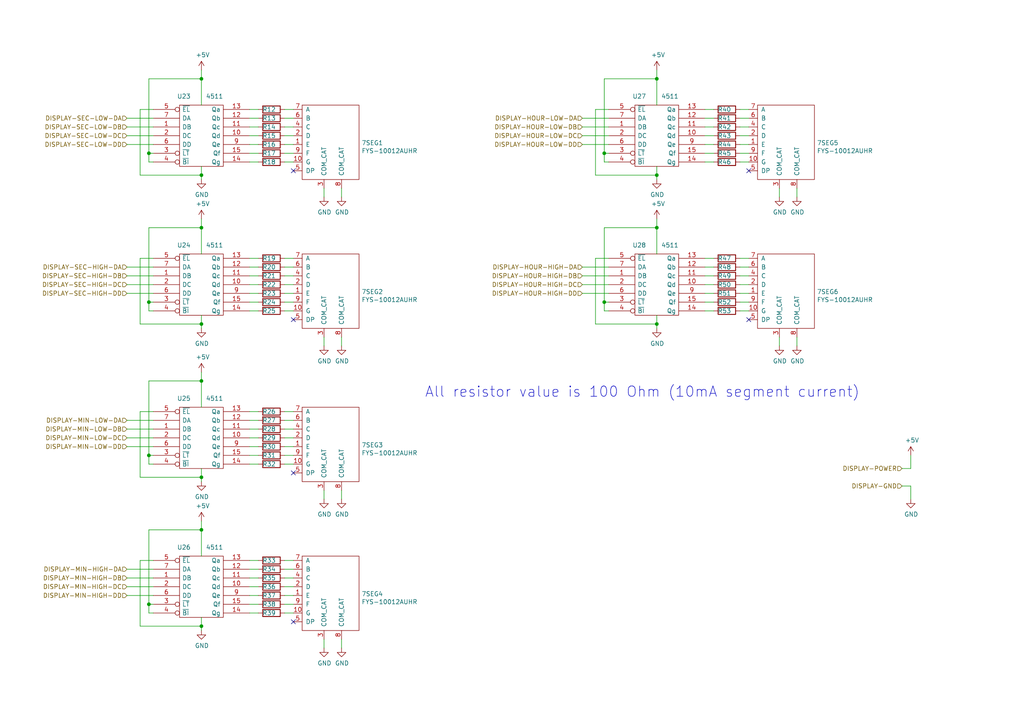
<source format=kicad_sch>
(kicad_sch (version 20211123) (generator eeschema)
  (paper "A4")
  (title_block (title "J-K Flip/Flip 24H Clock") (date "2020-05-17") (rev "V1.1") (comment 1 "Attila Csordás") (comment 2 "Contact: attila.csordas.78@gmail.com"))
  (lib_symbols
    (symbol "4xxx_IEEE:4511" (pin_names (offset 0.762))
      (property "Reference" "U" (at 8.89 11.43 0))
      (property "Value" "4511" (at 8.89 -11.43 0))
      (symbol "4511_0_1"
        (rectangle (start -6.35 8.89) (end 6.35 -8.89))
      )
      (symbol "4511_1_1"
        (pin input line (at -13.97 2.54 0) (length 7.62) (name "DB") (number "1"))
        (pin output line (at 13.97 0 180) (length 7.62) (name "Qd") (number "10"))
        (pin output line (at 13.97 2.54 180) (length 7.62) (name "Qc") (number "11"))
        (pin output line (at 13.97 5.08 180) (length 7.62) (name "Qb") (number "12"))
        (pin output line (at 13.97 7.62 180) (length 7.62) (name "Qa") (number "13"))
        (pin output line (at 13.97 -7.62 180) (length 7.62) (name "Qg") (number "14"))
        (pin output line (at 13.97 -5.08 180) (length 7.62) (name "Qf") (number "15"))
        (pin power_in line (at 0 8.89 270) (length 0) hide (name "Vdd") (number "16"))
        (pin input line (at -13.97 0 0) (length 7.62) (name "DC") (number "2"))
        (pin input inverted (at -13.97 -5.08 0) (length 7.62) (name "~{LT}") (number "3"))
        (pin input inverted (at -13.97 -7.62 0) (length 7.62) (name "~{BI}") (number "4"))
        (pin input inverted (at -13.97 7.62 0) (length 7.62) (name "~{EL}") (number "5"))
        (pin input line (at -13.97 -2.54 0) (length 7.62) (name "DD") (number "6"))
        (pin input line (at -13.97 5.08 0) (length 7.62) (name "DA") (number "7"))
        (pin power_in line (at 0 -8.89 90) (length 0) hide (name "Vss") (number "8"))
        (pin output line (at 13.97 -2.54 180) (length 7.62) (name "Qe") (number "9"))
      )
    )
    (symbol "Device:R" (pin_numbers hide) (pin_names (offset 0))
      (property "Reference" "R" (at 2.032 0 90))
      (property "Value" "R" (at 0 0 90))
      (symbol "R_0_1"
        (rectangle (start -1.016 -2.54) (end 1.016 2.54) (stroke (width 0.254)))
      )
      (symbol "R_1_1"
        (pin passive line (at 0 3.81 270) (length 1.27) (name "~") (number "1"))
        (pin passive line (at 0 -3.81 90) (length 1.27) (name "~") (number "2"))
      )
    )
    (symbol "JK-FlipFlop-24H-Clock_custom_components:FYS-10012AUHR" (pin_names (offset 1.016))
      (property "Reference" "7SEG" (at 0 6.35 0))
      (property "Value" "FYS-10012AUHR" (at 0 11.43 0))
      (symbol "FYS-10012AUHR_0_1"
        (rectangle (start -8.89 -11.43) (end 7.62 10.16))
      )
      (symbol "FYS-10012AUHR_1_1"
        (pin input line (at -11.43 -1.27 0) (length 2.54) (name "E") (number "1"))
        (pin input line (at -11.43 -6.35 0) (length 2.54) (name "G") (number "10"))
        (pin input line (at -11.43 1.27 0) (length 2.54) (name "D") (number "2"))
        (pin input line (at -2.54 -13.97 90) (length 2.54) (name "COM_CAT") (number "3"))
        (pin input line (at -11.43 3.81 0) (length 2.54) (name "C") (number "4"))
        (pin input line (at -11.43 -8.89 0) (length 2.54) (name "DP") (number "5"))
        (pin input line (at -11.43 6.35 0) (length 2.54) (name "B") (number "6"))
        (pin input line (at -11.43 8.89 0) (length 2.54) (name "A") (number "7"))
        (pin input line (at 2.54 -13.97 90) (length 2.54) (name "COM_CAT") (number "8"))
        (pin input line (at -11.43 -3.81 0) (length 2.54) (name "F") (number "9"))
      )
    )
    (symbol "power:+5V" (power) (pin_names (offset 0))
      (property "Value" "+5V" (at 0 3.556 0))
      (symbol "+5V_0_1"
        (polyline (pts (xy -0.762 1.27) (xy 0 2.54)))
        (polyline (pts (xy 0 0) (xy 0 2.54)))
        (polyline (pts (xy 0 2.54) (xy 0.762 1.27)))
      )
      (symbol "+5V_1_1"
        (pin power_in line (at 0 0 90) (length 0) hide (name "+5V") (number "1"))
      )
    )
    (symbol "power:GND" (power) (pin_names (offset 0))
      (property "Value" "GND" (at 0 -3.81 0))
      (symbol "GND_0_1"
        (polyline (pts (xy 0 0) (xy 0 -1.27) (xy 1.27 -1.27) (xy 0 -2.54) (xy -1.27 -1.27) (xy 0 -1.27)))
      )
      (symbol "GND_1_1"
        (pin power_in line (at 0 0 270) (length 0) hide (name "GND") (number "1"))
      )
    )
  )
  (junction (at 43.18 87.63))
  (junction (at 190.5 22.86))
  (junction (at 58.42 22.86))
  (junction (at 58.42 153.67))
  (junction (at 58.42 50.8))
  (junction (at 190.5 66.04))
  (junction (at 58.42 66.04))
  (junction (at 43.18 132.08))
  (junction (at 175.26 87.63))
  (junction (at 58.42 138.43))
  (junction (at 43.18 44.45))
  (junction (at 43.18 175.26))
  (junction (at 58.42 181.61))
  (junction (at 175.26 44.45))
  (junction (at 190.5 93.98))
  (junction (at 190.5 50.8))
  (junction (at 58.42 93.98))
  (junction (at 58.42 110.49))
  (no_connect (at 85.09 137.16))
  (no_connect (at 217.17 49.53))
  (no_connect (at 85.09 180.34))
  (no_connect (at 217.17 92.71))
  (no_connect (at 85.09 92.71))
  (no_connect (at 85.09 49.53))
  (wire (pts (xy 82.55 134.62) (xy 85.09 134.62)))
  (wire (pts (xy 72.39 129.54) (xy 74.93 129.54)))
  (wire (pts (xy 36.83 36.83) (xy 44.45 36.83)))
  (wire (pts (xy 264.16 140.97) (xy 261.62 140.97)))
  (wire (pts (xy 82.55 82.55) (xy 85.09 82.55)))
  (wire (pts (xy 204.47 80.01) (xy 207.01 80.01)))
  (wire (pts (xy 168.91 82.55) (xy 176.53 82.55)))
  (wire (pts (xy 36.83 85.09) (xy 44.45 85.09)))
  (wire (pts (xy 58.42 179.07) (xy 58.42 181.61)))
  (wire (pts (xy 175.26 87.63) (xy 176.53 87.63)))
  (wire (pts (xy 82.55 177.8) (xy 85.09 177.8)))
  (wire (pts (xy 264.16 140.97) (xy 264.16 144.78)))
  (wire (pts (xy 40.64 162.56) (xy 40.64 181.61)))
  (wire (pts (xy 36.83 129.54) (xy 44.45 129.54)))
  (wire (pts (xy 85.09 85.09) (xy 82.55 85.09)))
  (wire (pts (xy 82.55 36.83) (xy 85.09 36.83)))
  (wire (pts (xy 168.91 85.09) (xy 176.53 85.09)))
  (wire (pts (xy 58.42 181.61) (xy 58.42 182.88)))
  (wire (pts (xy 72.39 44.45) (xy 74.93 44.45)))
  (wire (pts (xy 72.39 124.46) (xy 74.93 124.46)))
  (wire (pts (xy 82.55 31.75) (xy 85.09 31.75)))
  (wire (pts (xy 176.53 31.75) (xy 172.72 31.75)))
  (wire (pts (xy 36.83 39.37) (xy 44.45 39.37)))
  (wire (pts (xy 44.45 177.8) (xy 43.18 177.8)))
  (wire (pts (xy 44.45 119.38) (xy 40.64 119.38)))
  (wire (pts (xy 204.47 41.91) (xy 207.01 41.91)))
  (wire (pts (xy 43.18 153.67) (xy 58.42 153.67)))
  (wire (pts (xy 176.53 46.99) (xy 175.26 46.99)))
  (wire (pts (xy 82.55 162.56) (xy 85.09 162.56)))
  (wire (pts (xy 226.06 97.79) (xy 226.06 100.33)))
  (wire (pts (xy 58.42 48.26) (xy 58.42 50.8)))
  (wire (pts (xy 85.09 121.92) (xy 82.55 121.92)))
  (wire (pts (xy 172.72 50.8) (xy 190.5 50.8)))
  (wire (pts (xy 82.55 74.93) (xy 85.09 74.93)))
  (wire (pts (xy 40.64 119.38) (xy 40.64 138.43)))
  (wire (pts (xy 43.18 134.62) (xy 43.18 132.08)))
  (wire (pts (xy 40.64 181.61) (xy 58.42 181.61)))
  (wire (pts (xy 82.55 41.91) (xy 85.09 41.91)))
  (wire (pts (xy 207.01 87.63) (xy 204.47 87.63)))
  (wire (pts (xy 190.5 22.86) (xy 190.5 30.48)))
  (wire (pts (xy 85.09 127) (xy 82.55 127)))
  (wire (pts (xy 99.06 185.42) (xy 99.06 187.96)))
  (wire (pts (xy 85.09 170.18) (xy 82.55 170.18)))
  (wire (pts (xy 207.01 39.37) (xy 204.47 39.37)))
  (wire (pts (xy 204.47 36.83) (xy 207.01 36.83)))
  (wire (pts (xy 168.91 36.83) (xy 176.53 36.83)))
  (wire (pts (xy 44.45 162.56) (xy 40.64 162.56)))
  (wire (pts (xy 74.93 170.18) (xy 72.39 170.18)))
  (wire (pts (xy 44.45 134.62) (xy 43.18 134.62)))
  (wire (pts (xy 74.93 90.17) (xy 72.39 90.17)))
  (wire (pts (xy 168.91 41.91) (xy 176.53 41.91)))
  (wire (pts (xy 74.93 77.47) (xy 72.39 77.47)))
  (wire (pts (xy 72.39 80.01) (xy 74.93 80.01)))
  (wire (pts (xy 36.83 121.92) (xy 44.45 121.92)))
  (wire (pts (xy 36.83 77.47) (xy 44.45 77.47)))
  (wire (pts (xy 43.18 22.86) (xy 58.42 22.86)))
  (wire (pts (xy 217.17 87.63) (xy 214.63 87.63)))
  (wire (pts (xy 172.72 93.98) (xy 190.5 93.98)))
  (wire (pts (xy 43.18 46.99) (xy 43.18 44.45)))
  (wire (pts (xy 72.39 119.38) (xy 74.93 119.38)))
  (wire (pts (xy 214.63 46.99) (xy 217.17 46.99)))
  (wire (pts (xy 175.26 90.17) (xy 175.26 87.63)))
  (wire (pts (xy 172.72 31.75) (xy 172.72 50.8)))
  (wire (pts (xy 214.63 74.93) (xy 217.17 74.93)))
  (wire (pts (xy 226.06 54.61) (xy 226.06 57.15)))
  (wire (pts (xy 58.42 91.44) (xy 58.42 93.98)))
  (wire (pts (xy 58.42 110.49) (xy 58.42 118.11)))
  (wire (pts (xy 36.83 34.29) (xy 44.45 34.29)))
  (wire (pts (xy 43.18 177.8) (xy 43.18 175.26)))
  (wire (pts (xy 74.93 175.26) (xy 72.39 175.26)))
  (wire (pts (xy 204.47 85.09) (xy 207.01 85.09)))
  (wire (pts (xy 204.47 31.75) (xy 207.01 31.75)))
  (wire (pts (xy 82.55 119.38) (xy 85.09 119.38)))
  (wire (pts (xy 93.98 185.42) (xy 93.98 187.96)))
  (wire (pts (xy 72.39 134.62) (xy 74.93 134.62)))
  (wire (pts (xy 190.5 50.8) (xy 190.5 52.07)))
  (wire (pts (xy 231.14 54.61) (xy 231.14 57.15)))
  (wire (pts (xy 214.63 36.83) (xy 217.17 36.83)))
  (wire (pts (xy 204.47 74.93) (xy 207.01 74.93)))
  (wire (pts (xy 85.09 90.17) (xy 82.55 90.17)))
  (wire (pts (xy 85.09 165.1) (xy 82.55 165.1)))
  (wire (pts (xy 264.16 132.08) (xy 264.16 135.89)))
  (wire (pts (xy 82.55 167.64) (xy 85.09 167.64)))
  (wire (pts (xy 36.83 82.55) (xy 44.45 82.55)))
  (wire (pts (xy 85.09 44.45) (xy 82.55 44.45)))
  (wire (pts (xy 74.93 85.09) (xy 72.39 85.09)))
  (wire (pts (xy 43.18 66.04) (xy 58.42 66.04)))
  (wire (pts (xy 58.42 151.13) (xy 58.42 153.67)))
  (wire (pts (xy 175.26 22.86) (xy 190.5 22.86)))
  (wire (pts (xy 72.39 74.93) (xy 74.93 74.93)))
  (wire (pts (xy 58.42 153.67) (xy 58.42 161.29)))
  (wire (pts (xy 172.72 74.93) (xy 172.72 93.98)))
  (wire (pts (xy 99.06 97.79) (xy 99.06 100.33)))
  (wire (pts (xy 85.09 132.08) (xy 82.55 132.08)))
  (wire (pts (xy 168.91 39.37) (xy 176.53 39.37)))
  (wire (pts (xy 175.26 66.04) (xy 175.26 87.63)))
  (wire (pts (xy 40.64 93.98) (xy 58.42 93.98)))
  (wire (pts (xy 214.63 80.01) (xy 217.17 80.01)))
  (wire (pts (xy 204.47 46.99) (xy 207.01 46.99)))
  (wire (pts (xy 36.83 170.18) (xy 44.45 170.18)))
  (wire (pts (xy 264.16 135.89) (xy 261.62 135.89)))
  (wire (pts (xy 72.39 177.8) (xy 74.93 177.8)))
  (wire (pts (xy 58.42 93.98) (xy 58.42 95.25)))
  (wire (pts (xy 58.42 66.04) (xy 58.42 73.66)))
  (wire (pts (xy 176.53 90.17) (xy 175.26 90.17)))
  (wire (pts (xy 58.42 63.5) (xy 58.42 66.04)))
  (wire (pts (xy 72.39 87.63) (xy 74.93 87.63)))
  (wire (pts (xy 36.83 124.46) (xy 44.45 124.46)))
  (wire (pts (xy 44.45 31.75) (xy 40.64 31.75)))
  (wire (pts (xy 43.18 175.26) (xy 44.45 175.26)))
  (wire (pts (xy 207.01 82.55) (xy 204.47 82.55)))
  (wire (pts (xy 217.17 44.45) (xy 214.63 44.45)))
  (wire (pts (xy 93.98 97.79) (xy 93.98 100.33)))
  (wire (pts (xy 74.93 34.29) (xy 72.39 34.29)))
  (wire (pts (xy 43.18 132.08) (xy 44.45 132.08)))
  (wire (pts (xy 190.5 66.04) (xy 190.5 73.66)))
  (wire (pts (xy 175.26 44.45) (xy 176.53 44.45)))
  (wire (pts (xy 168.91 80.01) (xy 176.53 80.01)))
  (wire (pts (xy 175.26 22.86) (xy 175.26 44.45)))
  (wire (pts (xy 74.93 165.1) (xy 72.39 165.1)))
  (wire (pts (xy 204.47 90.17) (xy 207.01 90.17)))
  (wire (pts (xy 36.83 172.72) (xy 44.45 172.72)))
  (wire (pts (xy 43.18 110.49) (xy 58.42 110.49)))
  (wire (pts (xy 74.93 127) (xy 72.39 127)))
  (wire (pts (xy 82.55 77.47) (xy 85.09 77.47)))
  (wire (pts (xy 43.18 22.86) (xy 43.18 44.45)))
  (wire (pts (xy 207.01 34.29) (xy 204.47 34.29)))
  (wire (pts (xy 85.09 80.01) (xy 82.55 80.01)))
  (wire (pts (xy 214.63 85.09) (xy 217.17 85.09)))
  (wire (pts (xy 44.45 46.99) (xy 43.18 46.99)))
  (wire (pts (xy 72.39 39.37) (xy 74.93 39.37)))
  (wire (pts (xy 36.83 127) (xy 44.45 127)))
  (wire (pts (xy 190.5 20.32) (xy 190.5 22.86)))
  (wire (pts (xy 43.18 110.49) (xy 43.18 132.08)))
  (wire (pts (xy 217.17 34.29) (xy 214.63 34.29)))
  (wire (pts (xy 43.18 90.17) (xy 43.18 87.63)))
  (wire (pts (xy 82.55 87.63) (xy 85.09 87.63)))
  (wire (pts (xy 82.55 46.99) (xy 85.09 46.99)))
  (wire (pts (xy 58.42 50.8) (xy 58.42 52.07)))
  (wire (pts (xy 74.93 121.92) (xy 72.39 121.92)))
  (wire (pts (xy 82.55 129.54) (xy 85.09 129.54)))
  (wire (pts (xy 93.98 142.24) (xy 93.98 144.78)))
  (wire (pts (xy 44.45 74.93) (xy 40.64 74.93)))
  (wire (pts (xy 43.18 44.45) (xy 44.45 44.45)))
  (wire (pts (xy 72.39 36.83) (xy 74.93 36.83)))
  (wire (pts (xy 217.17 77.47) (xy 214.63 77.47)))
  (wire (pts (xy 175.26 46.99) (xy 175.26 44.45)))
  (wire (pts (xy 36.83 41.91) (xy 44.45 41.91)))
  (wire (pts (xy 43.18 153.67) (xy 43.18 175.26)))
  (wire (pts (xy 207.01 44.45) (xy 204.47 44.45)))
  (wire (pts (xy 58.42 135.89) (xy 58.42 138.43)))
  (wire (pts (xy 217.17 39.37) (xy 214.63 39.37)))
  (wire (pts (xy 85.09 175.26) (xy 82.55 175.26)))
  (wire (pts (xy 214.63 41.91) (xy 217.17 41.91)))
  (wire (pts (xy 36.83 80.01) (xy 44.45 80.01)))
  (wire (pts (xy 99.06 54.61) (xy 99.06 57.15)))
  (wire (pts (xy 176.53 74.93) (xy 172.72 74.93)))
  (wire (pts (xy 44.45 90.17) (xy 43.18 90.17)))
  (wire (pts (xy 58.42 20.32) (xy 58.42 22.86)))
  (wire (pts (xy 175.26 66.04) (xy 190.5 66.04)))
  (wire (pts (xy 74.93 132.08) (xy 72.39 132.08)))
  (wire (pts (xy 40.64 74.93) (xy 40.64 93.98)))
  (wire (pts (xy 217.17 82.55) (xy 214.63 82.55)))
  (wire (pts (xy 85.09 39.37) (xy 82.55 39.37)))
  (wire (pts (xy 74.93 82.55) (xy 72.39 82.55)))
  (wire (pts (xy 72.39 31.75) (xy 74.93 31.75)))
  (wire (pts (xy 85.09 34.29) (xy 82.55 34.29)))
  (wire (pts (xy 74.93 46.99) (xy 72.39 46.99)))
  (wire (pts (xy 40.64 138.43) (xy 58.42 138.43)))
  (wire (pts (xy 43.18 66.04) (xy 43.18 87.63)))
  (wire (pts (xy 190.5 93.98) (xy 190.5 95.25)))
  (wire (pts (xy 58.42 22.86) (xy 58.42 30.48)))
  (wire (pts (xy 214.63 31.75) (xy 217.17 31.75)))
  (wire (pts (xy 58.42 138.43) (xy 58.42 139.7)))
  (wire (pts (xy 36.83 165.1) (xy 44.45 165.1)))
  (wire (pts (xy 36.83 167.64) (xy 44.45 167.64)))
  (wire (pts (xy 190.5 63.5) (xy 190.5 66.04)))
  (wire (pts (xy 82.55 172.72) (xy 85.09 172.72)))
  (wire (pts (xy 72.39 172.72) (xy 74.93 172.72)))
  (wire (pts (xy 40.64 31.75) (xy 40.64 50.8)))
  (wire (pts (xy 214.63 90.17) (xy 217.17 90.17)))
  (wire (pts (xy 40.64 50.8) (xy 58.42 50.8)))
  (wire (pts (xy 190.5 48.26) (xy 190.5 50.8)))
  (wire (pts (xy 168.91 77.47) (xy 176.53 77.47)))
  (wire (pts (xy 93.98 54.61) (xy 93.98 57.15)))
  (wire (pts (xy 190.5 91.44) (xy 190.5 93.98)))
  (wire (pts (xy 99.06 142.24) (xy 99.06 144.78)))
  (wire (pts (xy 82.55 124.46) (xy 85.09 124.46)))
  (wire (pts (xy 72.39 162.56) (xy 74.93 162.56)))
  (wire (pts (xy 72.39 167.64) (xy 74.93 167.64)))
  (wire (pts (xy 168.91 34.29) (xy 176.53 34.29)))
  (wire (pts (xy 58.42 107.95) (xy 58.42 110.49)))
  (wire (pts (xy 43.18 87.63) (xy 44.45 87.63)))
  (wire (pts (xy 207.01 77.47) (xy 204.47 77.47)))
  (wire (pts (xy 231.14 97.79) (xy 231.14 100.33)))
  (wire (pts (xy 74.93 41.91) (xy 72.39 41.91)))
  (text "All resistor value is 100 Ohm (10mA segment current)" (at 123.19 115.57 0) (effects (font (size 2.9972 2.9972)) (justify left bottom)))
  (hierarchical_label "DISPLAY-SEC-HIGH-DC" (shape input) (at 36.83 82.55 180))
  (hierarchical_label "DISPLAY-MIN-LOW-DA" (shape input) (at 36.83 121.92 180))
  (hierarchical_label "DISPLAY-MIN-HIGH-DB" (shape input) (at 36.83 167.64 180))
  (hierarchical_label "DISPLAY-MIN-LOW-DC" (shape input) (at 36.83 127 180))
  (hierarchical_label "DISPLAY-HOUR-HIGH-DD" (shape input) (at 168.91 85.09 180))
  (hierarchical_label "DISPLAY-SEC-LOW-DC" (shape input) (at 36.83 39.37 180))
  (hierarchical_label "DISPLAY-HOUR-HIGH-DA" (shape input) (at 168.91 77.47 180))
  (hierarchical_label "DISPLAY-HOUR-LOW-DA" (shape input) (at 168.91 34.29 180))
  (hierarchical_label "DISPLAY-SEC-HIGH-DD" (shape input) (at 36.83 85.09 180))
  (hierarchical_label "DISPLAY-HOUR-LOW-DC" (shape input) (at 168.91 39.37 180))
  (hierarchical_label "DISPLAY-POWER" (shape input) (at 261.62 135.89 180))
  (hierarchical_label "DISPLAY-SEC-LOW-DA" (shape input) (at 36.83 34.29 180))
  (hierarchical_label "DISPLAY-MIN-LOW-DB" (shape input) (at 36.83 124.46 180))
  (hierarchical_label "DISPLAY-MIN-LOW-DD" (shape input) (at 36.83 129.54 180))
  (hierarchical_label "DISPLAY-SEC-HIGH-DB" (shape input) (at 36.83 80.01 180))
  (hierarchical_label "DISPLAY-MIN-HIGH-DD" (shape input) (at 36.83 172.72 180))
  (hierarchical_label "DISPLAY-HOUR-HIGH-DB" (shape input) (at 168.91 80.01 180))
  (hierarchical_label "DISPLAY-HOUR-LOW-DD" (shape input) (at 168.91 41.91 180))
  (hierarchical_label "DISPLAY-MIN-HIGH-DA" (shape input) (at 36.83 165.1 180))
  (hierarchical_label "DISPLAY-SEC-LOW-DD" (shape input) (at 36.83 41.91 180))
  (hierarchical_label "DISPLAY-HOUR-HIGH-DC" (shape input) (at 168.91 82.55 180))
  (hierarchical_label "DISPLAY-SEC-LOW-DB" (shape input) (at 36.83 36.83 180))
  (hierarchical_label "DISPLAY-SEC-HIGH-DA" (shape input) (at 36.83 77.47 180))
  (hierarchical_label "DISPLAY-HOUR-LOW-DB" (shape input) (at 168.91 36.83 180))
  (hierarchical_label "DISPLAY-MIN-HIGH-DC" (shape input) (at 36.83 170.18 180))
  (hierarchical_label "DISPLAY-GND" (shape input) (at 261.62 140.97 180))
  (symbol (lib_id "JK-FlipFlop-24H-Clock_custom_components:FYS-10012AUHR") (at 96.52 40.64 0) (unit 1)
    (property "Reference" "7SEG1" (at 104.8512 41.4528 0) (effects (justify left)))
    (property "Value" "FYS-10012AUHR" (at 104.8512 43.7642 0) (effects (justify left)))
    (property "Footprint" "JK-FlipFlop-24H-custom_components:fys-10012auhr" (effects hide))
  )
  (symbol (lib_id "power:GND") (at 93.98 57.15 0) (unit 1)
    (property "Reference" "#PWR0166" (effects hide))
    (property "Value" "GND" (at 94.107 61.5442 0))
  )
  (symbol (lib_id "power:GND") (at 99.06 57.15 0) (unit 1)
    (property "Reference" "#PWR0170" (effects hide))
    (property "Value" "GND" (at 99.187 61.5442 0))
  )
  (symbol (lib_id "JK-FlipFlop-24H-Clock_custom_components:FYS-10012AUHR") (at 96.52 83.82 0) (unit 1)
    (property "Reference" "7SEG2" (at 104.8512 84.6328 0) (effects (justify left)))
    (property "Value" "FYS-10012AUHR" (at 104.8512 86.9442 0) (effects (justify left)))
    (property "Footprint" "JK-FlipFlop-24H-custom_components:fys-10012auhr" (effects hide))
  )
  (symbol (lib_id "power:GND") (at 93.98 100.33 0) (unit 1)
    (property "Reference" "#PWR0167" (effects hide))
    (property "Value" "GND" (at 94.107 104.7242 0))
  )
  (symbol (lib_id "power:GND") (at 99.06 100.33 0) (unit 1)
    (property "Reference" "#PWR0171" (effects hide))
    (property "Value" "GND" (at 99.187 104.7242 0))
  )
  (symbol (lib_id "JK-FlipFlop-24H-Clock_custom_components:FYS-10012AUHR") (at 96.52 128.27 0) (unit 1)
    (property "Reference" "7SEG3" (at 104.8512 129.0828 0) (effects (justify left)))
    (property "Value" "FYS-10012AUHR" (at 104.8512 131.3942 0) (effects (justify left)))
    (property "Footprint" "JK-FlipFlop-24H-custom_components:fys-10012auhr" (effects hide))
  )
  (symbol (lib_id "power:GND") (at 93.98 144.78 0) (unit 1)
    (property "Reference" "#PWR0168" (effects hide))
    (property "Value" "GND" (at 94.107 149.1742 0))
  )
  (symbol (lib_id "power:GND") (at 99.06 144.78 0) (unit 1)
    (property "Reference" "#PWR0172" (effects hide))
    (property "Value" "GND" (at 99.187 149.1742 0))
  )
  (symbol (lib_id "JK-FlipFlop-24H-Clock_custom_components:FYS-10012AUHR") (at 96.52 171.45 0) (unit 1)
    (property "Reference" "7SEG4" (at 104.8512 172.2628 0) (effects (justify left)))
    (property "Value" "FYS-10012AUHR" (at 104.8512 174.5742 0) (effects (justify left)))
    (property "Footprint" "JK-FlipFlop-24H-custom_components:fys-10012auhr" (effects hide))
  )
  (symbol (lib_id "power:GND") (at 93.98 187.96 0) (unit 1)
    (property "Reference" "#PWR0169" (effects hide))
    (property "Value" "GND" (at 94.107 192.3542 0))
  )
  (symbol (lib_id "power:GND") (at 99.06 187.96 0) (unit 1)
    (property "Reference" "#PWR0173" (effects hide))
    (property "Value" "GND" (at 99.187 192.3542 0))
  )
  (symbol (lib_id "JK-FlipFlop-24H-Clock_custom_components:FYS-10012AUHR") (at 228.6 40.64 0) (unit 1)
    (property "Reference" "7SEG5" (at 236.9312 41.4528 0) (effects (justify left)))
    (property "Value" "FYS-10012AUHR" (at 236.9312 43.7642 0) (effects (justify left)))
    (property "Footprint" "JK-FlipFlop-24H-custom_components:fys-10012auhr" (effects hide))
  )
  (symbol (lib_id "power:GND") (at 226.06 57.15 0) (unit 1)
    (property "Reference" "#PWR0178" (effects hide))
    (property "Value" "GND" (at 226.187 61.5442 0))
  )
  (symbol (lib_id "JK-FlipFlop-24H-Clock_custom_components:FYS-10012AUHR") (at 228.6 83.82 0) (unit 1)
    (property "Reference" "7SEG6" (at 236.9312 84.6328 0) (effects (justify left)))
    (property "Value" "FYS-10012AUHR" (at 236.9312 86.9442 0) (effects (justify left)))
    (property "Footprint" "JK-FlipFlop-24H-custom_components:fys-10012auhr" (effects hide))
  )
  (symbol (lib_id "power:GND") (at 226.06 100.33 0) (unit 1)
    (property "Reference" "#PWR0179" (effects hide))
    (property "Value" "GND" (at 226.187 104.7242 0))
  )
  (symbol (lib_id "power:GND") (at 231.14 100.33 0) (unit 1)
    (property "Reference" "#PWR0181" (effects hide))
    (property "Value" "GND" (at 231.267 104.7242 0))
  )
  (symbol (lib_id "4xxx_IEEE:4511") (at 58.42 82.55 0) (unit 1)
    (property "Reference" "U24" (at 53.34 71.12 0))
    (property "Value" "4511" (at 62.23 71.12 0))
    (property "Footprint" "Housings_DIP:DIP-16_W7.62mm" (effects hide))
  )
  (symbol (lib_id "power:GND") (at 58.42 95.25 0) (unit 1)
    (property "Reference" "#PWR0161" (effects hide))
    (property "Value" "GND" (at 58.547 99.6442 0))
  )
  (symbol (lib_id "power:+5V") (at 58.42 63.5 0) (unit 1)
    (property "Reference" "#PWR0160" (effects hide))
    (property "Value" "+5V" (at 58.801 59.1058 0))
  )
  (symbol (lib_id "power:+5V") (at 264.16 132.08 0) (unit 1)
    (property "Reference" "#PWR0182" (effects hide))
    (property "Value" "+5V" (at 264.541 127.6858 0))
  )
  (symbol (lib_id "power:GND") (at 264.16 144.78 0) (unit 1)
    (property "Reference" "#PWR0183" (effects hide))
    (property "Value" "GND" (at 264.287 149.1742 0))
  )
  (symbol (lib_id "power:GND") (at 231.14 57.15 0) (unit 1)
    (property "Reference" "#PWR0180" (effects hide))
    (property "Value" "GND" (at 231.267 61.5442 0))
  )
  (symbol (lib_id "4xxx_IEEE:4511") (at 58.42 39.37 0) (unit 1)
    (property "Reference" "U23" (at 53.34 27.94 0))
    (property "Value" "4511" (at 62.23 27.94 0))
    (property "Footprint" "Housings_DIP:DIP-16_W7.62mm" (effects hide))
  )
  (symbol (lib_id "power:GND") (at 58.42 52.07 0) (unit 1)
    (property "Reference" "#PWR0159" (effects hide))
    (property "Value" "GND" (at 58.547 56.4642 0))
  )
  (symbol (lib_id "power:+5V") (at 58.42 20.32 0) (unit 1)
    (property "Reference" "#PWR0158" (effects hide))
    (property "Value" "+5V" (at 58.801 15.9258 0))
  )
  (symbol (lib_id "Device:R") (at 78.74 31.75 90) (unit 1)
    (property "Reference" "R12" (at 80.01 31.75 90) (effects (justify left)))
    (property "Value" "100" (effects hide))
    (property "Footprint" "Resistors_THT:R_Axial_DIN0204_L3.6mm_D1.6mm_P5.08mm_Horizontal" (effects hide))
  )
  (symbol (lib_id "4xxx_IEEE:4511") (at 58.42 170.18 0) (unit 1)
    (property "Reference" "U26" (at 53.34 158.75 0))
    (property "Value" "4511" (at 62.23 158.75 0))
    (property "Footprint" "Housings_DIP:DIP-16_W7.62mm" (effects hide))
  )
  (symbol (lib_id "power:GND") (at 58.42 182.88 0) (unit 1)
    (property "Reference" "#PWR0165" (effects hide))
    (property "Value" "GND" (at 58.547 187.2742 0))
  )
  (symbol (lib_id "power:+5V") (at 58.42 151.13 0) (unit 1)
    (property "Reference" "#PWR0164" (effects hide))
    (property "Value" "+5V" (at 58.801 146.7358 0))
  )
  (symbol (lib_id "4xxx_IEEE:4511") (at 58.42 127 0) (unit 1)
    (property "Reference" "U25" (at 53.34 115.57 0))
    (property "Value" "4511" (at 62.23 115.57 0))
    (property "Footprint" "Housings_DIP:DIP-16_W7.62mm" (effects hide))
  )
  (symbol (lib_id "power:GND") (at 58.42 139.7 0) (unit 1)
    (property "Reference" "#PWR0163" (effects hide))
    (property "Value" "GND" (at 58.547 144.0942 0))
  )
  (symbol (lib_id "power:+5V") (at 58.42 107.95 0) (unit 1)
    (property "Reference" "#PWR0162" (effects hide))
    (property "Value" "+5V" (at 58.801 103.5558 0))
  )
  (symbol (lib_id "4xxx_IEEE:4511") (at 190.5 82.55 0) (unit 1)
    (property "Reference" "U28" (at 185.42 71.12 0))
    (property "Value" "4511" (at 194.31 71.12 0))
    (property "Footprint" "Housings_DIP:DIP-16_W7.62mm" (effects hide))
  )
  (symbol (lib_id "power:GND") (at 190.5 95.25 0) (unit 1)
    (property "Reference" "#PWR0177" (effects hide))
    (property "Value" "GND" (at 190.627 99.6442 0))
  )
  (symbol (lib_id "power:+5V") (at 190.5 63.5 0) (unit 1)
    (property "Reference" "#PWR0176" (effects hide))
    (property "Value" "+5V" (at 190.881 59.1058 0))
  )
  (symbol (lib_id "4xxx_IEEE:4511") (at 190.5 39.37 0) (unit 1)
    (property "Reference" "U27" (at 185.42 27.94 0))
    (property "Value" "4511" (at 194.31 27.94 0))
    (property "Footprint" "Housings_DIP:DIP-16_W7.62mm" (effects hide))
  )
  (symbol (lib_id "power:GND") (at 190.5 52.07 0) (unit 1)
    (property "Reference" "#PWR0175" (effects hide))
    (property "Value" "GND" (at 190.627 56.4642 0))
  )
  (symbol (lib_id "power:+5V") (at 190.5 20.32 0) (unit 1)
    (property "Reference" "#PWR0174" (effects hide))
    (property "Value" "+5V" (at 190.881 15.9258 0))
  )
  (symbol (lib_id "Device:R") (at 78.74 34.29 90) (unit 1)
    (property "Reference" "R13" (at 80.01 34.29 90) (effects (justify left)))
    (property "Value" "100" (effects hide))
    (property "Footprint" "Resistors_THT:R_Axial_DIN0204_L3.6mm_D1.6mm_P5.08mm_Horizontal" (effects hide))
  )
  (symbol (lib_id "Device:R") (at 78.74 36.83 90) (unit 1)
    (property "Reference" "R14" (at 80.01 36.83 90) (effects (justify left)))
    (property "Value" "100" (effects hide))
    (property "Footprint" "Resistors_THT:R_Axial_DIN0204_L3.6mm_D1.6mm_P5.08mm_Horizontal" (effects hide))
  )
  (symbol (lib_id "Device:R") (at 78.74 39.37 90) (unit 1)
    (property "Reference" "R15" (at 80.01 39.37 90) (effects (justify left)))
    (property "Value" "100" (effects hide))
    (property "Footprint" "Resistors_THT:R_Axial_DIN0204_L3.6mm_D1.6mm_P5.08mm_Horizontal" (effects hide))
  )
  (symbol (lib_id "Device:R") (at 78.74 41.91 90) (unit 1)
    (property "Reference" "R16" (at 80.01 41.91 90) (effects (justify left)))
    (property "Value" "100" (effects hide))
    (property "Footprint" "Resistors_THT:R_Axial_DIN0204_L3.6mm_D1.6mm_P5.08mm_Horizontal" (effects hide))
  )
  (symbol (lib_id "Device:R") (at 78.74 44.45 90) (unit 1)
    (property "Reference" "R17" (at 80.01 44.45 90) (effects (justify left)))
    (property "Value" "100" (effects hide))
    (property "Footprint" "Resistors_THT:R_Axial_DIN0204_L3.6mm_D1.6mm_P5.08mm_Horizontal" (effects hide))
  )
  (symbol (lib_id "Device:R") (at 78.74 46.99 90) (unit 1)
    (property "Reference" "R18" (at 80.01 46.99 90) (effects (justify left)))
    (property "Value" "100" (effects hide))
    (property "Footprint" "Resistors_THT:R_Axial_DIN0204_L3.6mm_D1.6mm_P5.08mm_Horizontal" (effects hide))
  )
  (symbol (lib_id "Device:R") (at 78.74 74.93 90) (unit 1)
    (property "Reference" "R19" (at 80.01 74.93 90) (effects (justify left)))
    (property "Value" "100" (effects hide))
    (property "Footprint" "Resistors_THT:R_Axial_DIN0204_L3.6mm_D1.6mm_P5.08mm_Horizontal" (effects hide))
  )
  (symbol (lib_id "Device:R") (at 78.74 77.47 90) (unit 1)
    (property "Reference" "R20" (at 80.01 77.47 90) (effects (justify left)))
    (property "Value" "100" (effects hide))
    (property "Footprint" "Resistors_THT:R_Axial_DIN0204_L3.6mm_D1.6mm_P5.08mm_Horizontal" (effects hide))
  )
  (symbol (lib_id "Device:R") (at 78.74 80.01 90) (unit 1)
    (property "Reference" "R21" (at 80.01 80.01 90) (effects (justify left)))
    (property "Value" "100" (effects hide))
    (property "Footprint" "Resistors_THT:R_Axial_DIN0204_L3.6mm_D1.6mm_P5.08mm_Horizontal" (effects hide))
  )
  (symbol (lib_id "Device:R") (at 78.74 82.55 90) (unit 1)
    (property "Reference" "R22" (at 80.01 82.55 90) (effects (justify left)))
    (property "Value" "100" (effects hide))
    (property "Footprint" "Resistors_THT:R_Axial_DIN0204_L3.6mm_D1.6mm_P5.08mm_Horizontal" (effects hide))
  )
  (symbol (lib_id "Device:R") (at 78.74 85.09 90) (unit 1)
    (property "Reference" "R23" (at 80.01 85.09 90) (effects (justify left)))
    (property "Value" "100" (effects hide))
    (property "Footprint" "Resistors_THT:R_Axial_DIN0204_L3.6mm_D1.6mm_P5.08mm_Horizontal" (effects hide))
  )
  (symbol (lib_id "Device:R") (at 78.74 87.63 90) (unit 1)
    (property "Reference" "R24" (at 80.01 87.63 90) (effects (justify left)))
    (property "Value" "100" (effects hide))
    (property "Footprint" "Resistors_THT:R_Axial_DIN0204_L3.6mm_D1.6mm_P5.08mm_Horizontal" (effects hide))
  )
  (symbol (lib_id "Device:R") (at 78.74 90.17 90) (unit 1)
    (property "Reference" "R25" (at 80.01 90.17 90) (effects (justify left)))
    (property "Value" "100" (effects hide))
    (property "Footprint" "Resistors_THT:R_Axial_DIN0204_L3.6mm_D1.6mm_P5.08mm_Horizontal" (effects hide))
  )
  (symbol (lib_id "Device:R") (at 78.74 119.38 90) (unit 1)
    (property "Reference" "R26" (at 80.01 119.38 90) (effects (justify left)))
    (property "Value" "100" (effects hide))
    (property "Footprint" "Resistors_THT:R_Axial_DIN0204_L3.6mm_D1.6mm_P5.08mm_Horizontal" (effects hide))
  )
  (symbol (lib_id "Device:R") (at 78.74 121.92 90) (unit 1)
    (property "Reference" "R27" (at 80.01 121.92 90) (effects (justify left)))
    (property "Value" "100" (effects hide))
    (property "Footprint" "Resistors_THT:R_Axial_DIN0204_L3.6mm_D1.6mm_P5.08mm_Horizontal" (effects hide))
  )
  (symbol (lib_id "Device:R") (at 78.74 124.46 90) (unit 1)
    (property "Reference" "R28" (at 80.01 124.46 90) (effects (justify left)))
    (property "Value" "100" (effects hide))
    (property "Footprint" "Resistors_THT:R_Axial_DIN0204_L3.6mm_D1.6mm_P5.08mm_Horizontal" (effects hide))
  )
  (symbol (lib_id "Device:R") (at 78.74 127 90) (unit 1)
    (property "Reference" "R29" (at 80.01 127 90) (effects (justify left)))
    (property "Value" "100" (effects hide))
    (property "Footprint" "Resistors_THT:R_Axial_DIN0204_L3.6mm_D1.6mm_P5.08mm_Horizontal" (effects hide))
  )
  (symbol (lib_id "Device:R") (at 78.74 129.54 90) (unit 1)
    (property "Reference" "R30" (at 80.01 129.54 90) (effects (justify left)))
    (property "Value" "100" (effects hide))
    (property "Footprint" "Resistors_THT:R_Axial_DIN0204_L3.6mm_D1.6mm_P5.08mm_Horizontal" (effects hide))
  )
  (symbol (lib_id "Device:R") (at 78.74 132.08 90) (unit 1)
    (property "Reference" "R31" (at 80.01 132.08 90) (effects (justify left)))
    (property "Value" "100" (effects hide))
    (property "Footprint" "Resistors_THT:R_Axial_DIN0204_L3.6mm_D1.6mm_P5.08mm_Horizontal" (effects hide))
  )
  (symbol (lib_id "Device:R") (at 78.74 134.62 90) (unit 1)
    (property "Reference" "R32" (at 80.01 134.62 90) (effects (justify left)))
    (property "Value" "100" (effects hide))
    (property "Footprint" "Resistors_THT:R_Axial_DIN0204_L3.6mm_D1.6mm_P5.08mm_Horizontal" (effects hide))
  )
  (symbol (lib_id "Device:R") (at 78.74 162.56 90) (unit 1)
    (property "Reference" "R33" (at 80.01 162.56 90) (effects (justify left)))
    (property "Value" "100" (effects hide))
    (property "Footprint" "Resistors_THT:R_Axial_DIN0204_L3.6mm_D1.6mm_P5.08mm_Horizontal" (effects hide))
  )
  (symbol (lib_id "Device:R") (at 78.74 165.1 90) (unit 1)
    (property "Reference" "R34" (at 80.01 165.1 90) (effects (justify left)))
    (property "Value" "100" (effects hide))
    (property "Footprint" "Resistors_THT:R_Axial_DIN0204_L3.6mm_D1.6mm_P5.08mm_Horizontal" (effects hide))
  )
  (symbol (lib_id "Device:R") (at 78.74 167.64 90) (unit 1)
    (property "Reference" "R35" (at 80.01 167.64 90) (effects (justify left)))
    (property "Value" "100" (effects hide))
    (property "Footprint" "Resistors_THT:R_Axial_DIN0204_L3.6mm_D1.6mm_P5.08mm_Horizontal" (effects hide))
  )
  (symbol (lib_id "Device:R") (at 78.74 170.18 90) (unit 1)
    (property "Reference" "R36" (at 80.01 170.18 90) (effects (justify left)))
    (property "Value" "100" (effects hide))
    (property "Footprint" "Resistors_THT:R_Axial_DIN0204_L3.6mm_D1.6mm_P5.08mm_Horizontal" (effects hide))
  )
  (symbol (lib_id "Device:R") (at 78.74 172.72 90) (unit 1)
    (property "Reference" "R37" (at 80.01 172.72 90) (effects (justify left)))
    (property "Value" "100" (effects hide))
    (property "Footprint" "Resistors_THT:R_Axial_DIN0204_L3.6mm_D1.6mm_P5.08mm_Horizontal" (effects hide))
  )
  (symbol (lib_id "Device:R") (at 78.74 175.26 90) (unit 1)
    (property "Reference" "R38" (at 80.01 175.26 90) (effects (justify left)))
    (property "Value" "100" (effects hide))
    (property "Footprint" "Resistors_THT:R_Axial_DIN0204_L3.6mm_D1.6mm_P5.08mm_Horizontal" (effects hide))
  )
  (symbol (lib_id "Device:R") (at 78.74 177.8 90) (unit 1)
    (property "Reference" "R39" (at 80.01 177.8 90) (effects (justify left)))
    (property "Value" "100" (effects hide))
    (property "Footprint" "Resistors_THT:R_Axial_DIN0204_L3.6mm_D1.6mm_P5.08mm_Horizontal" (effects hide))
  )
  (symbol (lib_id "Device:R") (at 210.82 31.75 90) (unit 1)
    (property "Reference" "R40" (at 212.09 31.75 90) (effects (justify left)))
    (property "Value" "100" (effects hide))
    (property "Footprint" "Resistors_THT:R_Axial_DIN0204_L3.6mm_D1.6mm_P5.08mm_Horizontal" (effects hide))
  )
  (symbol (lib_id "Device:R") (at 210.82 34.29 90) (unit 1)
    (property "Reference" "R41" (at 212.09 34.29 90) (effects (justify left)))
    (property "Value" "100" (effects hide))
    (property "Footprint" "Resistors_THT:R_Axial_DIN0204_L3.6mm_D1.6mm_P5.08mm_Horizontal" (effects hide))
  )
  (symbol (lib_id "Device:R") (at 210.82 36.83 90) (unit 1)
    (property "Reference" "R42" (at 212.09 36.83 90) (effects (justify left)))
    (property "Value" "100" (effects hide))
    (property "Footprint" "Resistors_THT:R_Axial_DIN0204_L3.6mm_D1.6mm_P5.08mm_Horizontal" (effects hide))
  )
  (symbol (lib_id "Device:R") (at 210.82 39.37 90) (unit 1)
    (property "Reference" "R43" (at 212.09 39.37 90) (effects (justify left)))
    (property "Value" "100" (effects hide))
    (property "Footprint" "Resistors_THT:R_Axial_DIN0204_L3.6mm_D1.6mm_P5.08mm_Horizontal" (effects hide))
  )
  (symbol (lib_id "Device:R") (at 210.82 41.91 90) (unit 1)
    (property "Reference" "R44" (at 212.09 41.91 90) (effects (justify left)))
    (property "Value" "100" (effects hide))
    (property "Footprint" "Resistors_THT:R_Axial_DIN0204_L3.6mm_D1.6mm_P5.08mm_Horizontal" (effects hide))
  )
  (symbol (lib_id "Device:R") (at 210.82 44.45 90) (unit 1)
    (property "Reference" "R45" (at 212.09 44.45 90) (effects (justify left)))
    (property "Value" "100" (effects hide))
    (property "Footprint" "Resistors_THT:R_Axial_DIN0204_L3.6mm_D1.6mm_P5.08mm_Horizontal" (effects hide))
  )
  (symbol (lib_id "Device:R") (at 210.82 46.99 90) (unit 1)
    (property "Reference" "R46" (at 212.09 46.99 90) (effects (justify left)))
    (property "Value" "100" (effects hide))
    (property "Footprint" "Resistors_THT:R_Axial_DIN0204_L3.6mm_D1.6mm_P5.08mm_Horizontal" (effects hide))
  )
  (symbol (lib_id "Device:R") (at 210.82 74.93 90) (unit 1)
    (property "Reference" "R47" (at 212.09 74.93 90) (effects (justify left)))
    (property "Value" "100" (effects hide))
    (property "Footprint" "Resistors_THT:R_Axial_DIN0204_L3.6mm_D1.6mm_P5.08mm_Horizontal" (effects hide))
  )
  (symbol (lib_id "Device:R") (at 210.82 77.47 90) (unit 1)
    (property "Reference" "R48" (at 212.09 77.47 90) (effects (justify left)))
    (property "Value" "100" (effects hide))
    (property "Footprint" "Resistors_THT:R_Axial_DIN0204_L3.6mm_D1.6mm_P5.08mm_Horizontal" (effects hide))
  )
  (symbol (lib_id "Device:R") (at 210.82 80.01 90) (unit 1)
    (property "Reference" "R49" (at 212.09 80.01 90) (effects (justify left)))
    (property "Value" "100" (effects hide))
    (property "Footprint" "Resistors_THT:R_Axial_DIN0204_L3.6mm_D1.6mm_P5.08mm_Horizontal" (effects hide))
  )
  (symbol (lib_id "Device:R") (at 210.82 82.55 90) (unit 1)
    (property "Reference" "R50" (at 212.09 82.55 90) (effects (justify left)))
    (property "Value" "100" (effects hide))
    (property "Footprint" "Resistors_THT:R_Axial_DIN0204_L3.6mm_D1.6mm_P5.08mm_Horizontal" (effects hide))
  )
  (symbol (lib_id "Device:R") (at 210.82 85.09 90) (unit 1)
    (property "Reference" "R51" (at 212.09 85.09 90) (effects (justify left)))
    (property "Value" "100" (effects hide))
    (property "Footprint" "Resistors_THT:R_Axial_DIN0204_L3.6mm_D1.6mm_P5.08mm_Horizontal" (effects hide))
  )
  (symbol (lib_id "Device:R") (at 210.82 87.63 90) (unit 1)
    (property "Reference" "R52" (at 212.09 87.63 90) (effects (justify left)))
    (property "Value" "100" (effects hide))
    (property "Footprint" "Resistors_THT:R_Axial_DIN0204_L3.6mm_D1.6mm_P5.08mm_Horizontal" (effects hide))
  )
  (symbol (lib_id "Device:R") (at 210.82 90.17 90) (unit 1)
    (property "Reference" "R53" (at 212.09 90.17 90) (effects (justify left)))
    (property "Value" "100" (effects hide))
    (property "Footprint" "Resistors_THT:R_Axial_DIN0204_L3.6mm_D1.6mm_P5.08mm_Horizontal" (effects hide))
  )
)
</source>
